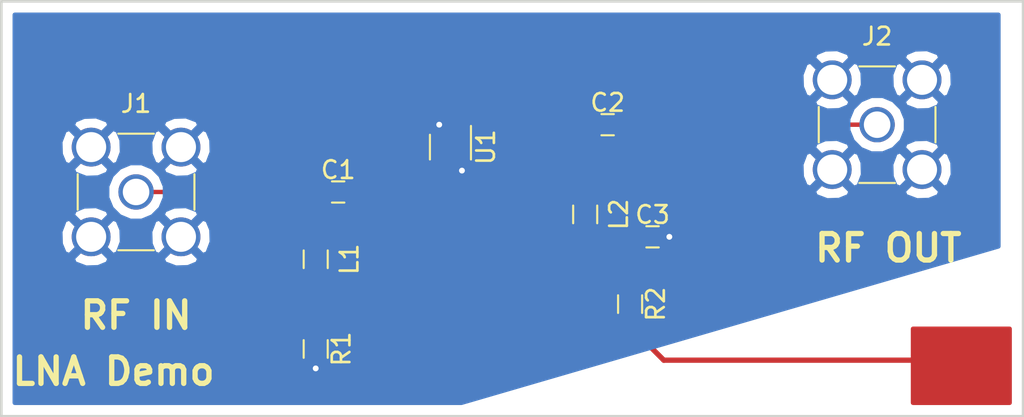
<source format=kicad_pcb>
(kicad_pcb (version 4) (host pcbnew 4.0.6)

  (general
    (links 20)
    (no_connects 0)
    (area 192.964999 108.509999 250.900001 132.155001)
    (thickness 1.6002)
    (drawings 8)
    (tracks 30)
    (zones 0)
    (modules 10)
    (nets 9)
  )

  (page A4)
  (layers
    (0 F.Cu mixed)
    (31 B.Cu power)
    (33 F.Adhes user)
    (34 B.Paste user)
    (35 F.Paste user)
    (36 B.SilkS user)
    (37 F.SilkS user)
    (38 B.Mask user)
    (39 F.Mask user)
    (44 Edge.Cuts user)
    (45 Margin user)
    (47 F.CrtYd user)
    (49 F.Fab user)
  )

  (setup
    (last_trace_width 0.3)
    (user_trace_width 0.3)
    (trace_clearance 0.153)
    (zone_clearance 0.508)
    (zone_45_only no)
    (trace_min 0.153)
    (segment_width 0.2)
    (edge_width 0.15)
    (via_size 0.6858)
    (via_drill 0.34)
    (via_min_size 0.67)
    (via_min_drill 0.34)
    (uvia_size 0.762)
    (uvia_drill 0.508)
    (uvias_allowed no)
    (uvia_min_size 0)
    (uvia_min_drill 0)
    (pcb_text_width 0.3)
    (pcb_text_size 1.5 1.5)
    (mod_edge_width 0.15)
    (mod_text_size 1 1)
    (mod_text_width 0.15)
    (pad_size 1.524 1.524)
    (pad_drill 0.762)
    (pad_to_mask_clearance 0.2)
    (aux_axis_origin 0 0)
    (visible_elements 7FFFFFFF)
    (pcbplotparams
      (layerselection 0x00030_80000001)
      (usegerberextensions false)
      (excludeedgelayer true)
      (linewidth 0.100000)
      (plotframeref false)
      (viasonmask false)
      (mode 1)
      (useauxorigin false)
      (hpglpennumber 1)
      (hpglpenspeed 20)
      (hpglpendiameter 15)
      (hpglpenoverlay 2)
      (psnegative false)
      (psa4output false)
      (plotreference true)
      (plotvalue true)
      (plotinvisibletext false)
      (padsonsilk false)
      (subtractmaskfromsilk false)
      (outputformat 1)
      (mirror false)
      (drillshape 1)
      (scaleselection 1)
      (outputdirectory ""))
  )

  (net 0 "")
  (net 1 "Net-(C1-Pad1)")
  (net 2 /RFin)
  (net 3 /RFout)
  (net 4 "Net-(C2-Pad2)")
  (net 5 "Net-(C3-Pad1)")
  (net 6 GND)
  (net 7 "Net-(L1-Pad2)")
  (net 8 +5V)

  (net_class Default "This is the default net class."
    (clearance 0.153)
    (trace_width 0.153)
    (via_dia 0.6858)
    (via_drill 0.34)
    (uvia_dia 0.762)
    (uvia_drill 0.508)
    (add_net +5V)
    (add_net /RFin)
    (add_net /RFout)
    (add_net GND)
    (add_net "Net-(C1-Pad1)")
    (add_net "Net-(C2-Pad2)")
    (add_net "Net-(C3-Pad1)")
    (add_net "Net-(L1-Pad2)")
  )

  (module TO_SOT_Packages_SMD:SOT-343_SC-70-4_Handsoldering (layer F.Cu) (tedit 598F6446) (tstamp 598EE9C8)
    (at 218.44 116.84 270)
    (descr "SOT-343, SC-70-4, Handsoldering")
    (tags "SOT-343 SC-70-4 Handsoldering")
    (path /59877F93)
    (attr smd)
    (fp_text reference U1 (at 0 -2 270) (layer F.SilkS)
      (effects (font (size 1 1) (thickness 0.15)))
    )
    (fp_text value MGA-53543 (at 0 2 450) (layer F.Fab)
      (effects (font (size 1 1) (thickness 0.15)))
    )
    (fp_text user %R (at 0 0 360) (layer F.Fab)
      (effects (font (size 0.5 0.5) (thickness 0.075)))
    )
    (fp_line (start 0.7 -1.16) (end -1.2 -1.16) (layer F.SilkS) (width 0.12))
    (fp_line (start -0.7 1.16) (end 0.7 1.16) (layer F.SilkS) (width 0.12))
    (fp_line (start 2.4 1.4) (end 2.4 -1.4) (layer F.CrtYd) (width 0.05))
    (fp_line (start -2.4 -1.4) (end -2.4 1.4) (layer F.CrtYd) (width 0.05))
    (fp_line (start -2.4 -1.4) (end 2.4 -1.4) (layer F.CrtYd) (width 0.05))
    (fp_line (start 0.675 -1.1) (end -0.175 -1.1) (layer F.Fab) (width 0.1))
    (fp_line (start -0.675 -0.6) (end -0.675 1.1) (layer F.Fab) (width 0.1))
    (fp_line (start -1.6 1.4) (end 1.6 1.4) (layer F.CrtYd) (width 0.05))
    (fp_line (start 0.675 -1.1) (end 0.675 1.1) (layer F.Fab) (width 0.1))
    (fp_line (start 0.675 1.1) (end -0.675 1.1) (layer F.Fab) (width 0.1))
    (fp_line (start -0.175 -1.1) (end -0.675 -0.6) (layer F.Fab) (width 0.1))
    (pad 1 smd rect (at -1.3081 0.635 270) (size 1.5 0.4) (layers F.Cu F.Paste F.Mask)
      (net 6 GND))
    (pad 2 smd rect (at -1.2573 -0.6477 270) (size 1.5 0.4) (layers F.Cu F.Paste F.Mask)
      (net 3 /RFout))
    (pad 3 smd rect (at 1.33 0.65 270) (size 1.5 0.4) (layers F.Cu F.Paste F.Mask)
      (net 2 /RFin))
    (pad 4 smd rect (at 1.33 -0.65 270) (size 1.5 0.4) (layers F.Cu F.Paste F.Mask)
      (net 6 GND))
    (model ${KISYS3DMOD}/TO_SOT_Packages_SMD.3dshapes/SOT-343_SC-70-4.wrl
      (at (xyz 0 0 0))
      (scale (xyz 1 1 1))
      (rotate (xyz 0 0 0))
    )
  )

  (module Capacitors_SMD:C_0603_HandSoldering (layer F.Cu) (tedit 58AA848B) (tstamp 598EE98A)
    (at 212.09 119.38)
    (descr "Capacitor SMD 0603, hand soldering")
    (tags "capacitor 0603")
    (path /598ECC48)
    (attr smd)
    (fp_text reference C1 (at 0 -1.25) (layer F.SilkS)
      (effects (font (size 1 1) (thickness 0.15)))
    )
    (fp_text value 5.6pF (at 0 1.5) (layer F.Fab)
      (effects (font (size 1 1) (thickness 0.15)))
    )
    (fp_text user %R (at 0 -1.25) (layer F.Fab)
      (effects (font (size 1 1) (thickness 0.15)))
    )
    (fp_line (start -0.8 0.4) (end -0.8 -0.4) (layer F.Fab) (width 0.1))
    (fp_line (start 0.8 0.4) (end -0.8 0.4) (layer F.Fab) (width 0.1))
    (fp_line (start 0.8 -0.4) (end 0.8 0.4) (layer F.Fab) (width 0.1))
    (fp_line (start -0.8 -0.4) (end 0.8 -0.4) (layer F.Fab) (width 0.1))
    (fp_line (start -0.35 -0.6) (end 0.35 -0.6) (layer F.SilkS) (width 0.12))
    (fp_line (start 0.35 0.6) (end -0.35 0.6) (layer F.SilkS) (width 0.12))
    (fp_line (start -1.8 -0.65) (end 1.8 -0.65) (layer F.CrtYd) (width 0.05))
    (fp_line (start -1.8 -0.65) (end -1.8 0.65) (layer F.CrtYd) (width 0.05))
    (fp_line (start 1.8 0.65) (end 1.8 -0.65) (layer F.CrtYd) (width 0.05))
    (fp_line (start 1.8 0.65) (end -1.8 0.65) (layer F.CrtYd) (width 0.05))
    (pad 1 smd rect (at -0.95 0) (size 1.2 0.75) (layers F.Cu F.Paste F.Mask)
      (net 1 "Net-(C1-Pad1)"))
    (pad 2 smd rect (at 0.95 0) (size 1.2 0.75) (layers F.Cu F.Paste F.Mask)
      (net 2 /RFin))
    (model Capacitors_SMD.3dshapes/C_0603.wrl
      (at (xyz 0 0 0))
      (scale (xyz 1 1 1))
      (rotate (xyz 0 0 0))
    )
  )

  (module Capacitors_SMD:C_0603_HandSoldering (layer F.Cu) (tedit 58AA848B) (tstamp 598EE990)
    (at 227.33 115.57)
    (descr "Capacitor SMD 0603, hand soldering")
    (tags "capacitor 0603")
    (path /598EDE4C)
    (attr smd)
    (fp_text reference C2 (at 0 -1.25) (layer F.SilkS)
      (effects (font (size 1 1) (thickness 0.15)))
    )
    (fp_text value 4.7pF (at 0 1.5) (layer F.Fab)
      (effects (font (size 1 1) (thickness 0.15)))
    )
    (fp_text user %R (at 0 -1.25) (layer F.Fab)
      (effects (font (size 1 1) (thickness 0.15)))
    )
    (fp_line (start -0.8 0.4) (end -0.8 -0.4) (layer F.Fab) (width 0.1))
    (fp_line (start 0.8 0.4) (end -0.8 0.4) (layer F.Fab) (width 0.1))
    (fp_line (start 0.8 -0.4) (end 0.8 0.4) (layer F.Fab) (width 0.1))
    (fp_line (start -0.8 -0.4) (end 0.8 -0.4) (layer F.Fab) (width 0.1))
    (fp_line (start -0.35 -0.6) (end 0.35 -0.6) (layer F.SilkS) (width 0.12))
    (fp_line (start 0.35 0.6) (end -0.35 0.6) (layer F.SilkS) (width 0.12))
    (fp_line (start -1.8 -0.65) (end 1.8 -0.65) (layer F.CrtYd) (width 0.05))
    (fp_line (start -1.8 -0.65) (end -1.8 0.65) (layer F.CrtYd) (width 0.05))
    (fp_line (start 1.8 0.65) (end 1.8 -0.65) (layer F.CrtYd) (width 0.05))
    (fp_line (start 1.8 0.65) (end -1.8 0.65) (layer F.CrtYd) (width 0.05))
    (pad 1 smd rect (at -0.95 0) (size 1.2 0.75) (layers F.Cu F.Paste F.Mask)
      (net 3 /RFout))
    (pad 2 smd rect (at 0.95 0) (size 1.2 0.75) (layers F.Cu F.Paste F.Mask)
      (net 4 "Net-(C2-Pad2)"))
    (model Capacitors_SMD.3dshapes/C_0603.wrl
      (at (xyz 0 0 0))
      (scale (xyz 1 1 1))
      (rotate (xyz 0 0 0))
    )
  )

  (module Capacitors_SMD:C_0603_HandSoldering (layer F.Cu) (tedit 58AA848B) (tstamp 598EE996)
    (at 229.87 121.92)
    (descr "Capacitor SMD 0603, hand soldering")
    (tags "capacitor 0603")
    (path /598EDF72)
    (attr smd)
    (fp_text reference C3 (at 0 -1.25) (layer F.SilkS)
      (effects (font (size 1 1) (thickness 0.15)))
    )
    (fp_text value 1000pF (at 0 1.5) (layer F.Fab)
      (effects (font (size 1 1) (thickness 0.15)))
    )
    (fp_text user %R (at 0 -1.25) (layer F.Fab)
      (effects (font (size 1 1) (thickness 0.15)))
    )
    (fp_line (start -0.8 0.4) (end -0.8 -0.4) (layer F.Fab) (width 0.1))
    (fp_line (start 0.8 0.4) (end -0.8 0.4) (layer F.Fab) (width 0.1))
    (fp_line (start 0.8 -0.4) (end 0.8 0.4) (layer F.Fab) (width 0.1))
    (fp_line (start -0.8 -0.4) (end 0.8 -0.4) (layer F.Fab) (width 0.1))
    (fp_line (start -0.35 -0.6) (end 0.35 -0.6) (layer F.SilkS) (width 0.12))
    (fp_line (start 0.35 0.6) (end -0.35 0.6) (layer F.SilkS) (width 0.12))
    (fp_line (start -1.8 -0.65) (end 1.8 -0.65) (layer F.CrtYd) (width 0.05))
    (fp_line (start -1.8 -0.65) (end -1.8 0.65) (layer F.CrtYd) (width 0.05))
    (fp_line (start 1.8 0.65) (end 1.8 -0.65) (layer F.CrtYd) (width 0.05))
    (fp_line (start 1.8 0.65) (end -1.8 0.65) (layer F.CrtYd) (width 0.05))
    (pad 1 smd rect (at -0.95 0) (size 1.2 0.75) (layers F.Cu F.Paste F.Mask)
      (net 5 "Net-(C3-Pad1)"))
    (pad 2 smd rect (at 0.95 0) (size 1.2 0.75) (layers F.Cu F.Paste F.Mask)
      (net 6 GND))
    (model Capacitors_SMD.3dshapes/C_0603.wrl
      (at (xyz 0 0 0))
      (scale (xyz 1 1 1))
      (rotate (xyz 0 0 0))
    )
  )

  (module Connectors:SMA_THT_Jack_Straight (layer F.Cu) (tedit 58C301F2) (tstamp 598EE99F)
    (at 200.66 119.38)
    (descr "SMA pcb through hole jack")
    (tags "SMA THT Jack Straight")
    (path /598ECCDB)
    (fp_text reference J1 (at 0 -5) (layer F.SilkS)
      (effects (font (size 1 1) (thickness 0.15)))
    )
    (fp_text value CONN_COAXIAL (at 0 5) (layer F.Fab)
      (effects (font (size 1 1) (thickness 0.15)))
    )
    (fp_line (start 2.03 -3.05) (end 3.05 -3.05) (layer F.Fab) (width 0.1))
    (fp_line (start -1 -3.3) (end 1 -3.3) (layer F.SilkS) (width 0.12))
    (fp_line (start -1 3.3) (end 1 3.3) (layer F.SilkS) (width 0.12))
    (fp_text user %R (at 0 -5) (layer F.Fab)
      (effects (font (size 1 1) (thickness 0.15)))
    )
    (fp_line (start 3.3 -1) (end 3.3 1) (layer F.SilkS) (width 0.12))
    (fp_line (start -3.3 -1) (end -3.3 1) (layer F.SilkS) (width 0.12))
    (fp_line (start 3.17 -3.17) (end 3.17 3.17) (layer F.Fab) (width 0.1))
    (fp_line (start -3.17 3.17) (end 3.17 3.17) (layer F.Fab) (width 0.1))
    (fp_line (start -3.17 -3.17) (end -3.17 3.17) (layer F.Fab) (width 0.1))
    (fp_line (start -3.17 -3.17) (end 3.17 -3.17) (layer F.Fab) (width 0.1))
    (fp_line (start -2.03 -3.05) (end -2.03 -2.03) (layer F.Fab) (width 0.1))
    (fp_line (start -3.05 -2.03) (end -2.03 -2.03) (layer F.Fab) (width 0.1))
    (fp_line (start -2.03 2.03) (end -2.03 3.05) (layer F.Fab) (width 0.1))
    (fp_line (start -3.05 2.03) (end -2.03 2.03) (layer F.Fab) (width 0.1))
    (fp_line (start 2.03 -3.05) (end 2.03 -2.03) (layer F.Fab) (width 0.1))
    (fp_line (start 2.03 -2.03) (end 3.05 -2.03) (layer F.Fab) (width 0.1))
    (fp_line (start 3.05 2.03) (end 2.03 2.03) (layer F.Fab) (width 0.1))
    (fp_line (start 2.03 2.03) (end 2.03 3.05) (layer F.Fab) (width 0.1))
    (fp_line (start -4.14 -4.14) (end 4.14 -4.14) (layer F.CrtYd) (width 0.05))
    (fp_line (start -4.14 -4.14) (end -4.14 4.14) (layer F.CrtYd) (width 0.05))
    (fp_line (start 4.14 4.14) (end 4.14 -4.14) (layer F.CrtYd) (width 0.05))
    (fp_line (start 4.14 4.14) (end -4.14 4.14) (layer F.CrtYd) (width 0.05))
    (fp_circle (center 0 0) (end 2.04 0) (layer F.Fab) (width 0.1))
    (fp_circle (center 0 0) (end 0.635 0) (layer F.Fab) (width 0.1))
    (fp_line (start 3.05 -3.05) (end 3.05 -2.03) (layer F.Fab) (width 0.1))
    (fp_line (start -3.05 -3.05) (end -3.05 -2.03) (layer F.Fab) (width 0.1))
    (fp_line (start -3.05 -3.05) (end -2.03 -3.05) (layer F.Fab) (width 0.1))
    (fp_line (start -3.05 3.05) (end -2.03 3.05) (layer F.Fab) (width 0.1))
    (fp_line (start -3.05 3.05) (end -3.05 2.03) (layer F.Fab) (width 0.1))
    (fp_line (start 3.05 2.03) (end 3.05 3.05) (layer F.Fab) (width 0.1))
    (fp_line (start 2.03 3.05) (end 3.05 3.05) (layer F.Fab) (width 0.1))
    (pad 2 thru_hole circle (at -2.54 2.54) (size 2.2 2.2) (drill 1.7) (layers *.Cu *.Mask)
      (net 6 GND))
    (pad 2 thru_hole circle (at -2.54 -2.54) (size 2.2 2.2) (drill 1.7) (layers *.Cu *.Mask)
      (net 6 GND))
    (pad 2 thru_hole circle (at 2.54 -2.54) (size 2.2 2.2) (drill 1.7) (layers *.Cu *.Mask)
      (net 6 GND))
    (pad 2 thru_hole circle (at 2.54 2.54) (size 2.2 2.2) (drill 1.7) (layers *.Cu *.Mask)
      (net 6 GND))
    (pad 1 thru_hole circle (at 0 0) (size 2 2) (drill 1.5) (layers *.Cu *.Mask)
      (net 1 "Net-(C1-Pad1)"))
  )

  (module Connectors:SMA_THT_Jack_Straight (layer F.Cu) (tedit 58C301F2) (tstamp 598EE9A8)
    (at 242.57 115.57)
    (descr "SMA pcb through hole jack")
    (tags "SMA THT Jack Straight")
    (path /598EDE19)
    (fp_text reference J2 (at 0 -5) (layer F.SilkS)
      (effects (font (size 1 1) (thickness 0.15)))
    )
    (fp_text value CONN_COAXIAL (at 0 5) (layer F.Fab)
      (effects (font (size 1 1) (thickness 0.15)))
    )
    (fp_line (start 2.03 -3.05) (end 3.05 -3.05) (layer F.Fab) (width 0.1))
    (fp_line (start -1 -3.3) (end 1 -3.3) (layer F.SilkS) (width 0.12))
    (fp_line (start -1 3.3) (end 1 3.3) (layer F.SilkS) (width 0.12))
    (fp_text user %R (at 0 -5) (layer F.Fab)
      (effects (font (size 1 1) (thickness 0.15)))
    )
    (fp_line (start 3.3 -1) (end 3.3 1) (layer F.SilkS) (width 0.12))
    (fp_line (start -3.3 -1) (end -3.3 1) (layer F.SilkS) (width 0.12))
    (fp_line (start 3.17 -3.17) (end 3.17 3.17) (layer F.Fab) (width 0.1))
    (fp_line (start -3.17 3.17) (end 3.17 3.17) (layer F.Fab) (width 0.1))
    (fp_line (start -3.17 -3.17) (end -3.17 3.17) (layer F.Fab) (width 0.1))
    (fp_line (start -3.17 -3.17) (end 3.17 -3.17) (layer F.Fab) (width 0.1))
    (fp_line (start -2.03 -3.05) (end -2.03 -2.03) (layer F.Fab) (width 0.1))
    (fp_line (start -3.05 -2.03) (end -2.03 -2.03) (layer F.Fab) (width 0.1))
    (fp_line (start -2.03 2.03) (end -2.03 3.05) (layer F.Fab) (width 0.1))
    (fp_line (start -3.05 2.03) (end -2.03 2.03) (layer F.Fab) (width 0.1))
    (fp_line (start 2.03 -3.05) (end 2.03 -2.03) (layer F.Fab) (width 0.1))
    (fp_line (start 2.03 -2.03) (end 3.05 -2.03) (layer F.Fab) (width 0.1))
    (fp_line (start 3.05 2.03) (end 2.03 2.03) (layer F.Fab) (width 0.1))
    (fp_line (start 2.03 2.03) (end 2.03 3.05) (layer F.Fab) (width 0.1))
    (fp_line (start -4.14 -4.14) (end 4.14 -4.14) (layer F.CrtYd) (width 0.05))
    (fp_line (start -4.14 -4.14) (end -4.14 4.14) (layer F.CrtYd) (width 0.05))
    (fp_line (start 4.14 4.14) (end 4.14 -4.14) (layer F.CrtYd) (width 0.05))
    (fp_line (start 4.14 4.14) (end -4.14 4.14) (layer F.CrtYd) (width 0.05))
    (fp_circle (center 0 0) (end 2.04 0) (layer F.Fab) (width 0.1))
    (fp_circle (center 0 0) (end 0.635 0) (layer F.Fab) (width 0.1))
    (fp_line (start 3.05 -3.05) (end 3.05 -2.03) (layer F.Fab) (width 0.1))
    (fp_line (start -3.05 -3.05) (end -3.05 -2.03) (layer F.Fab) (width 0.1))
    (fp_line (start -3.05 -3.05) (end -2.03 -3.05) (layer F.Fab) (width 0.1))
    (fp_line (start -3.05 3.05) (end -2.03 3.05) (layer F.Fab) (width 0.1))
    (fp_line (start -3.05 3.05) (end -3.05 2.03) (layer F.Fab) (width 0.1))
    (fp_line (start 3.05 2.03) (end 3.05 3.05) (layer F.Fab) (width 0.1))
    (fp_line (start 2.03 3.05) (end 3.05 3.05) (layer F.Fab) (width 0.1))
    (pad 2 thru_hole circle (at -2.54 2.54) (size 2.2 2.2) (drill 1.7) (layers *.Cu *.Mask)
      (net 6 GND))
    (pad 2 thru_hole circle (at -2.54 -2.54) (size 2.2 2.2) (drill 1.7) (layers *.Cu *.Mask)
      (net 6 GND))
    (pad 2 thru_hole circle (at 2.54 -2.54) (size 2.2 2.2) (drill 1.7) (layers *.Cu *.Mask)
      (net 6 GND))
    (pad 2 thru_hole circle (at 2.54 2.54) (size 2.2 2.2) (drill 1.7) (layers *.Cu *.Mask)
      (net 6 GND))
    (pad 1 thru_hole circle (at 0 0) (size 2 2) (drill 1.5) (layers *.Cu *.Mask)
      (net 4 "Net-(C2-Pad2)"))
  )

  (module Inductors_SMD:L_0603_HandSoldering (layer F.Cu) (tedit 58307AEF) (tstamp 598EE9AE)
    (at 210.82 123.19 270)
    (descr "Resistor SMD 0603, hand soldering")
    (tags "resistor 0603")
    (path /598ECD43)
    (attr smd)
    (fp_text reference L1 (at 0 -1.9 270) (layer F.SilkS)
      (effects (font (size 1 1) (thickness 0.15)))
    )
    (fp_text value 22nH (at 0 1.9 270) (layer F.Fab)
      (effects (font (size 1 1) (thickness 0.15)))
    )
    (fp_text user %R (at 0 0 270) (layer F.Fab)
      (effects (font (size 0.4 0.4) (thickness 0.075)))
    )
    (fp_line (start -0.8 0.4) (end -0.8 -0.4) (layer F.Fab) (width 0.1))
    (fp_line (start 0.8 0.4) (end -0.8 0.4) (layer F.Fab) (width 0.1))
    (fp_line (start 0.8 -0.4) (end 0.8 0.4) (layer F.Fab) (width 0.1))
    (fp_line (start -0.8 -0.4) (end 0.8 -0.4) (layer F.Fab) (width 0.1))
    (fp_line (start -2 -0.8) (end 2 -0.8) (layer F.CrtYd) (width 0.05))
    (fp_line (start -2 0.8) (end 2 0.8) (layer F.CrtYd) (width 0.05))
    (fp_line (start -2 -0.8) (end -2 0.8) (layer F.CrtYd) (width 0.05))
    (fp_line (start 2 -0.8) (end 2 0.8) (layer F.CrtYd) (width 0.05))
    (fp_line (start 0.5 0.68) (end -0.5 0.68) (layer F.SilkS) (width 0.12))
    (fp_line (start -0.5 -0.68) (end 0.5 -0.68) (layer F.SilkS) (width 0.12))
    (pad 1 smd rect (at -1.1 0 270) (size 1.2 0.9) (layers F.Cu F.Paste F.Mask)
      (net 1 "Net-(C1-Pad1)"))
    (pad 2 smd rect (at 1.1 0 270) (size 1.2 0.9) (layers F.Cu F.Paste F.Mask)
      (net 7 "Net-(L1-Pad2)"))
    (model ${KISYS3DMOD}/Inductors_SMD.3dshapes\L_0603.wrl
      (at (xyz 0 0 0))
      (scale (xyz 1 1 1))
      (rotate (xyz 0 0 0))
    )
  )

  (module Inductors_SMD:L_0603_HandSoldering (layer F.Cu) (tedit 58307AEF) (tstamp 598EE9B4)
    (at 226.06 120.65 270)
    (descr "Resistor SMD 0603, hand soldering")
    (tags "resistor 0603")
    (path /598EDE7F)
    (attr smd)
    (fp_text reference L2 (at 0 -1.9 270) (layer F.SilkS)
      (effects (font (size 1 1) (thickness 0.15)))
    )
    (fp_text value 15nH (at 0 1.9 270) (layer F.Fab)
      (effects (font (size 1 1) (thickness 0.15)))
    )
    (fp_text user %R (at 0 0 270) (layer F.Fab)
      (effects (font (size 0.4 0.4) (thickness 0.075)))
    )
    (fp_line (start -0.8 0.4) (end -0.8 -0.4) (layer F.Fab) (width 0.1))
    (fp_line (start 0.8 0.4) (end -0.8 0.4) (layer F.Fab) (width 0.1))
    (fp_line (start 0.8 -0.4) (end 0.8 0.4) (layer F.Fab) (width 0.1))
    (fp_line (start -0.8 -0.4) (end 0.8 -0.4) (layer F.Fab) (width 0.1))
    (fp_line (start -2 -0.8) (end 2 -0.8) (layer F.CrtYd) (width 0.05))
    (fp_line (start -2 0.8) (end 2 0.8) (layer F.CrtYd) (width 0.05))
    (fp_line (start -2 -0.8) (end -2 0.8) (layer F.CrtYd) (width 0.05))
    (fp_line (start 2 -0.8) (end 2 0.8) (layer F.CrtYd) (width 0.05))
    (fp_line (start 0.5 0.68) (end -0.5 0.68) (layer F.SilkS) (width 0.12))
    (fp_line (start -0.5 -0.68) (end 0.5 -0.68) (layer F.SilkS) (width 0.12))
    (pad 1 smd rect (at -1.1 0 270) (size 1.2 0.9) (layers F.Cu F.Paste F.Mask)
      (net 3 /RFout))
    (pad 2 smd rect (at 1.1 0 270) (size 1.2 0.9) (layers F.Cu F.Paste F.Mask)
      (net 5 "Net-(C3-Pad1)"))
    (model ${KISYS3DMOD}/Inductors_SMD.3dshapes\L_0603.wrl
      (at (xyz 0 0 0))
      (scale (xyz 1 1 1))
      (rotate (xyz 0 0 0))
    )
  )

  (module Resistors_SMD:R_0603_HandSoldering (layer F.Cu) (tedit 58E0A804) (tstamp 598EE9BA)
    (at 210.82 128.27 270)
    (descr "Resistor SMD 0603, hand soldering")
    (tags "resistor 0603")
    (path /598ECD7A)
    (attr smd)
    (fp_text reference R1 (at 0 -1.45 270) (layer F.SilkS)
      (effects (font (size 1 1) (thickness 0.15)))
    )
    (fp_text value 2.2 (at 0 1.55 270) (layer F.Fab)
      (effects (font (size 1 1) (thickness 0.15)))
    )
    (fp_text user %R (at 0 0 270) (layer F.Fab)
      (effects (font (size 0.4 0.4) (thickness 0.075)))
    )
    (fp_line (start -0.8 0.4) (end -0.8 -0.4) (layer F.Fab) (width 0.1))
    (fp_line (start 0.8 0.4) (end -0.8 0.4) (layer F.Fab) (width 0.1))
    (fp_line (start 0.8 -0.4) (end 0.8 0.4) (layer F.Fab) (width 0.1))
    (fp_line (start -0.8 -0.4) (end 0.8 -0.4) (layer F.Fab) (width 0.1))
    (fp_line (start 0.5 0.68) (end -0.5 0.68) (layer F.SilkS) (width 0.12))
    (fp_line (start -0.5 -0.68) (end 0.5 -0.68) (layer F.SilkS) (width 0.12))
    (fp_line (start -1.96 -0.7) (end 1.95 -0.7) (layer F.CrtYd) (width 0.05))
    (fp_line (start -1.96 -0.7) (end -1.96 0.7) (layer F.CrtYd) (width 0.05))
    (fp_line (start 1.95 0.7) (end 1.95 -0.7) (layer F.CrtYd) (width 0.05))
    (fp_line (start 1.95 0.7) (end -1.96 0.7) (layer F.CrtYd) (width 0.05))
    (pad 1 smd rect (at -1.1 0 270) (size 1.2 0.9) (layers F.Cu F.Paste F.Mask)
      (net 7 "Net-(L1-Pad2)"))
    (pad 2 smd rect (at 1.1 0 270) (size 1.2 0.9) (layers F.Cu F.Paste F.Mask)
      (net 6 GND))
    (model ${KISYS3DMOD}/Resistors_SMD.3dshapes/R_0603.wrl
      (at (xyz 0 0 0))
      (scale (xyz 1 1 1))
      (rotate (xyz 0 0 0))
    )
  )

  (module Resistors_SMD:R_0603_HandSoldering (layer F.Cu) (tedit 58E0A804) (tstamp 598EE9C0)
    (at 228.6 125.73 270)
    (descr "Resistor SMD 0603, hand soldering")
    (tags "resistor 0603")
    (path /598EDF2B)
    (attr smd)
    (fp_text reference R2 (at 0 -1.45 270) (layer F.SilkS)
      (effects (font (size 1 1) (thickness 0.15)))
    )
    (fp_text value 2.2 (at 0 1.55 270) (layer F.Fab)
      (effects (font (size 1 1) (thickness 0.15)))
    )
    (fp_text user %R (at 0 0 270) (layer F.Fab)
      (effects (font (size 0.4 0.4) (thickness 0.075)))
    )
    (fp_line (start -0.8 0.4) (end -0.8 -0.4) (layer F.Fab) (width 0.1))
    (fp_line (start 0.8 0.4) (end -0.8 0.4) (layer F.Fab) (width 0.1))
    (fp_line (start 0.8 -0.4) (end 0.8 0.4) (layer F.Fab) (width 0.1))
    (fp_line (start -0.8 -0.4) (end 0.8 -0.4) (layer F.Fab) (width 0.1))
    (fp_line (start 0.5 0.68) (end -0.5 0.68) (layer F.SilkS) (width 0.12))
    (fp_line (start -0.5 -0.68) (end 0.5 -0.68) (layer F.SilkS) (width 0.12))
    (fp_line (start -1.96 -0.7) (end 1.95 -0.7) (layer F.CrtYd) (width 0.05))
    (fp_line (start -1.96 -0.7) (end -1.96 0.7) (layer F.CrtYd) (width 0.05))
    (fp_line (start 1.95 0.7) (end 1.95 -0.7) (layer F.CrtYd) (width 0.05))
    (fp_line (start 1.95 0.7) (end -1.96 0.7) (layer F.CrtYd) (width 0.05))
    (pad 1 smd rect (at -1.1 0 270) (size 1.2 0.9) (layers F.Cu F.Paste F.Mask)
      (net 5 "Net-(C3-Pad1)"))
    (pad 2 smd rect (at 1.1 0 270) (size 1.2 0.9) (layers F.Cu F.Paste F.Mask)
      (net 8 +5V))
    (model ${KISYS3DMOD}/Resistors_SMD.3dshapes/R_0603.wrl
      (at (xyz 0 0 0))
      (scale (xyz 1 1 1))
      (rotate (xyz 0 0 0))
    )
  )

  (gr_text "RF OUT" (at 243.205 122.555) (layer F.SilkS)
    (effects (font (size 1.5 1.5) (thickness 0.3)))
  )
  (gr_text "RF IN" (at 200.66 126.365) (layer F.SilkS)
    (effects (font (size 1.5 1.5) (thickness 0.3)))
  )
  (gr_text "LNA Demo" (at 199.39 129.54) (layer F.SilkS)
    (effects (font (size 1.5 1.5) (thickness 0.3)))
  )
  (gr_text "LNA Demo" (at 200.66 111.125) (layer F.Cu)
    (effects (font (size 1.5 1.5) (thickness 0.3)))
  )
  (gr_line (start 193.04 108.585) (end 193.04 132.08) (angle 90) (layer Edge.Cuts) (width 0.15))
  (gr_line (start 250.825 108.585) (end 193.04 108.585) (angle 90) (layer Edge.Cuts) (width 0.15))
  (gr_line (start 250.825 132.08) (end 250.825 108.585) (angle 90) (layer Edge.Cuts) (width 0.15))
  (gr_line (start 193.04 132.08) (end 250.825 132.08) (angle 90) (layer Edge.Cuts) (width 0.15))

  (segment (start 200.66 119.38) (end 211.14 119.38) (width 0.25) (layer F.Cu) (net 1))
  (segment (start 211.14 119.38) (end 211.14 121.6) (width 0.25) (layer F.Cu) (net 1))
  (segment (start 211.14 121.6) (end 210.82 121.92) (width 0.25) (layer F.Cu) (net 1) (tstamp 598F61FB))
  (segment (start 210.82 121.92) (end 210.82 122.09) (width 0.25) (layer F.Cu) (net 1) (tstamp 598F61FC))
  (segment (start 210.82 119.38) (end 211.14 119.38) (width 0.25) (layer F.Cu) (net 1) (tstamp 598F6197))
  (segment (start 213.04 119.38) (end 216.535 119.38) (width 0.25) (layer F.Cu) (net 2))
  (segment (start 216.535 119.38) (end 217.805 118.11) (width 0.25) (layer F.Cu) (net 2) (tstamp 598F6497))
  (segment (start 217.805 118.11) (end 217.79 118.17) (width 0.25) (layer F.Cu) (net 2) (tstamp 598F649F))
  (segment (start 226.06 119.55) (end 226.06 115.89) (width 0.25) (layer F.Cu) (net 3))
  (segment (start 226.06 115.89) (end 226.38 115.57) (width 0.25) (layer F.Cu) (net 3) (tstamp 598F64BA))
  (segment (start 219.0877 115.5827) (end 226.3673 115.5827) (width 0.25) (layer F.Cu) (net 3))
  (segment (start 226.3673 115.5827) (end 226.38 115.57) (width 0.25) (layer F.Cu) (net 3) (tstamp 598F64B1))
  (segment (start 228.28 115.57) (end 242.57 115.57) (width 0.25) (layer F.Cu) (net 4))
  (segment (start 228.92 121.92) (end 228.92 124.31) (width 0.25) (layer F.Cu) (net 5))
  (segment (start 228.92 124.31) (end 228.6 124.63) (width 0.25) (layer F.Cu) (net 5) (tstamp 598F64D9))
  (segment (start 226.06 121.75) (end 228.75 121.75) (width 0.25) (layer F.Cu) (net 5))
  (segment (start 228.75 121.75) (end 228.92 121.92) (width 0.25) (layer F.Cu) (net 5) (tstamp 598F64CF))
  (via (at 217.805 115.57) (size 0.6858) (drill 0.3302) (layers F.Cu B.Cu) (net 6))
  (segment (start 217.805 115.57) (end 217.805 115.5319) (width 0.25) (layer F.Cu) (net 6) (tstamp 598F64FA))
  (via (at 219.09 118.17) (size 0.6858) (drill 0.3302) (layers F.Cu B.Cu) (net 6))
  (segment (start 219.075 118.11) (end 219.075 118.155) (width 0.25) (layer B.Cu) (net 6) (tstamp 598F64F1))
  (segment (start 219.075 118.155) (end 219.09 118.17) (width 0.25) (layer B.Cu) (net 6) (tstamp 598F64F0))
  (via (at 230.82 121.92) (size 0.6858) (drill 0.3302) (layers F.Cu B.Cu) (net 6))
  (segment (start 230.82 121.92) (end 231.14 121.92) (width 0.25) (layer B.Cu) (net 6) (tstamp 598F6339))
  (via (at 210.82 129.37) (size 0.6858) (drill 0.3302) (layers F.Cu B.Cu) (net 6))
  (segment (start 210.82 129.37) (end 210.82 129.54) (width 0.25) (layer B.Cu) (net 6) (tstamp 598F62B6))
  (segment (start 210.82 124.29) (end 210.82 127.17) (width 0.25) (layer F.Cu) (net 7))
  (segment (start 228.6 126.83) (end 228.6 127) (width 0.25) (layer F.Cu) (net 8))
  (segment (start 228.6 127) (end 230.505 128.905) (width 0.3) (layer F.Cu) (net 8) (tstamp 598F6738))
  (segment (start 230.505 128.905) (end 245.745 128.905) (width 0.3) (layer F.Cu) (net 8) (tstamp 598F673B))

  (zone (net 6) (net_name GND) (layer B.Cu) (tstamp 598F6279) (hatch edge 0.508)
    (connect_pads (clearance 0.508))
    (min_thickness 0.254)
    (fill yes (arc_segments 16) (thermal_gap 0.508) (thermal_bridge_width 0.508))
    (polygon
      (pts
        (xy 249.555 122.555) (xy 219.075 131.445) (xy 193.675 131.445) (xy 193.675 109.22) (xy 249.555 109.22)
      )
    )
    (filled_polygon
      (pts
        (xy 249.428 122.45975) (xy 219.056857 131.318) (xy 193.802 131.318) (xy 193.802 123.144868) (xy 197.074737 123.144868)
        (xy 197.185641 123.422099) (xy 197.831593 123.665323) (xy 198.521453 123.642836) (xy 199.054359 123.422099) (xy 199.165263 123.144868)
        (xy 202.154737 123.144868) (xy 202.265641 123.422099) (xy 202.911593 123.665323) (xy 203.601453 123.642836) (xy 204.134359 123.422099)
        (xy 204.245263 123.144868) (xy 203.2 122.099605) (xy 202.154737 123.144868) (xy 199.165263 123.144868) (xy 198.12 122.099605)
        (xy 197.074737 123.144868) (xy 193.802 123.144868) (xy 193.802 121.631593) (xy 196.374677 121.631593) (xy 196.397164 122.321453)
        (xy 196.617901 122.854359) (xy 196.895132 122.965263) (xy 197.940395 121.92) (xy 198.299605 121.92) (xy 199.344868 122.965263)
        (xy 199.622099 122.854359) (xy 199.865323 122.208407) (xy 199.846521 121.631593) (xy 201.454677 121.631593) (xy 201.477164 122.321453)
        (xy 201.697901 122.854359) (xy 201.975132 122.965263) (xy 203.020395 121.92) (xy 203.379605 121.92) (xy 204.424868 122.965263)
        (xy 204.702099 122.854359) (xy 204.945323 122.208407) (xy 204.922836 121.518547) (xy 204.702099 120.985641) (xy 204.424868 120.874737)
        (xy 203.379605 121.92) (xy 203.020395 121.92) (xy 201.975132 120.874737) (xy 201.697901 120.985641) (xy 201.454677 121.631593)
        (xy 199.846521 121.631593) (xy 199.842836 121.518547) (xy 199.622099 120.985641) (xy 199.344868 120.874737) (xy 198.299605 121.92)
        (xy 197.940395 121.92) (xy 196.895132 120.874737) (xy 196.617901 120.985641) (xy 196.374677 121.631593) (xy 193.802 121.631593)
        (xy 193.802 120.695132) (xy 197.074737 120.695132) (xy 198.12 121.740395) (xy 199.165263 120.695132) (xy 199.054359 120.417901)
        (xy 198.408407 120.174677) (xy 197.718547 120.197164) (xy 197.185641 120.417901) (xy 197.074737 120.695132) (xy 193.802 120.695132)
        (xy 193.802 119.703795) (xy 199.024716 119.703795) (xy 199.273106 120.304943) (xy 199.732637 120.765278) (xy 200.333352 121.014716)
        (xy 200.983795 121.015284) (xy 201.584943 120.766894) (xy 201.65683 120.695132) (xy 202.154737 120.695132) (xy 203.2 121.740395)
        (xy 204.245263 120.695132) (xy 204.134359 120.417901) (xy 203.488407 120.174677) (xy 202.798547 120.197164) (xy 202.265641 120.417901)
        (xy 202.154737 120.695132) (xy 201.65683 120.695132) (xy 202.045278 120.307363) (xy 202.294716 119.706648) (xy 202.29504 119.334868)
        (xy 238.984737 119.334868) (xy 239.095641 119.612099) (xy 239.741593 119.855323) (xy 240.431453 119.832836) (xy 240.964359 119.612099)
        (xy 241.075263 119.334868) (xy 244.064737 119.334868) (xy 244.175641 119.612099) (xy 244.821593 119.855323) (xy 245.511453 119.832836)
        (xy 246.044359 119.612099) (xy 246.155263 119.334868) (xy 245.11 118.289605) (xy 244.064737 119.334868) (xy 241.075263 119.334868)
        (xy 240.03 118.289605) (xy 238.984737 119.334868) (xy 202.29504 119.334868) (xy 202.295284 119.056205) (xy 202.046894 118.455057)
        (xy 201.657387 118.064868) (xy 202.154737 118.064868) (xy 202.265641 118.342099) (xy 202.911593 118.585323) (xy 203.601453 118.562836)
        (xy 204.134359 118.342099) (xy 204.245263 118.064868) (xy 203.2 117.019605) (xy 202.154737 118.064868) (xy 201.657387 118.064868)
        (xy 201.587363 117.994722) (xy 200.986648 117.745284) (xy 200.336205 117.744716) (xy 199.735057 117.993106) (xy 199.274722 118.452637)
        (xy 199.025284 119.053352) (xy 199.024716 119.703795) (xy 193.802 119.703795) (xy 193.802 118.064868) (xy 197.074737 118.064868)
        (xy 197.185641 118.342099) (xy 197.831593 118.585323) (xy 198.521453 118.562836) (xy 199.054359 118.342099) (xy 199.165263 118.064868)
        (xy 198.12 117.019605) (xy 197.074737 118.064868) (xy 193.802 118.064868) (xy 193.802 116.551593) (xy 196.374677 116.551593)
        (xy 196.397164 117.241453) (xy 196.617901 117.774359) (xy 196.895132 117.885263) (xy 197.940395 116.84) (xy 198.299605 116.84)
        (xy 199.344868 117.885263) (xy 199.622099 117.774359) (xy 199.865323 117.128407) (xy 199.846521 116.551593) (xy 201.454677 116.551593)
        (xy 201.477164 117.241453) (xy 201.697901 117.774359) (xy 201.975132 117.885263) (xy 203.020395 116.84) (xy 203.379605 116.84)
        (xy 204.424868 117.885263) (xy 204.584026 117.821593) (xy 238.284677 117.821593) (xy 238.307164 118.511453) (xy 238.527901 119.044359)
        (xy 238.805132 119.155263) (xy 239.850395 118.11) (xy 240.209605 118.11) (xy 241.254868 119.155263) (xy 241.532099 119.044359)
        (xy 241.775323 118.398407) (xy 241.756521 117.821593) (xy 243.364677 117.821593) (xy 243.387164 118.511453) (xy 243.607901 119.044359)
        (xy 243.885132 119.155263) (xy 244.930395 118.11) (xy 245.289605 118.11) (xy 246.334868 119.155263) (xy 246.612099 119.044359)
        (xy 246.855323 118.398407) (xy 246.832836 117.708547) (xy 246.612099 117.175641) (xy 246.334868 117.064737) (xy 245.289605 118.11)
        (xy 244.930395 118.11) (xy 243.885132 117.064737) (xy 243.607901 117.175641) (xy 243.364677 117.821593) (xy 241.756521 117.821593)
        (xy 241.752836 117.708547) (xy 241.532099 117.175641) (xy 241.254868 117.064737) (xy 240.209605 118.11) (xy 239.850395 118.11)
        (xy 238.805132 117.064737) (xy 238.527901 117.175641) (xy 238.284677 117.821593) (xy 204.584026 117.821593) (xy 204.702099 117.774359)
        (xy 204.945323 117.128407) (xy 204.937394 116.885132) (xy 238.984737 116.885132) (xy 240.03 117.930395) (xy 241.075263 116.885132)
        (xy 240.964359 116.607901) (xy 240.318407 116.364677) (xy 239.628547 116.387164) (xy 239.095641 116.607901) (xy 238.984737 116.885132)
        (xy 204.937394 116.885132) (xy 204.922836 116.438547) (xy 204.702099 115.905641) (xy 204.672488 115.893795) (xy 240.934716 115.893795)
        (xy 241.183106 116.494943) (xy 241.642637 116.955278) (xy 242.243352 117.204716) (xy 242.893795 117.205284) (xy 243.494943 116.956894)
        (xy 243.56683 116.885132) (xy 244.064737 116.885132) (xy 245.11 117.930395) (xy 246.155263 116.885132) (xy 246.044359 116.607901)
        (xy 245.398407 116.364677) (xy 244.708547 116.387164) (xy 244.175641 116.607901) (xy 244.064737 116.885132) (xy 243.56683 116.885132)
        (xy 243.955278 116.497363) (xy 244.204716 115.896648) (xy 244.205284 115.246205) (xy 243.956894 114.645057) (xy 243.567387 114.254868)
        (xy 244.064737 114.254868) (xy 244.175641 114.532099) (xy 244.821593 114.775323) (xy 245.511453 114.752836) (xy 246.044359 114.532099)
        (xy 246.155263 114.254868) (xy 245.11 113.209605) (xy 244.064737 114.254868) (xy 243.567387 114.254868) (xy 243.497363 114.184722)
        (xy 242.896648 113.935284) (xy 242.246205 113.934716) (xy 241.645057 114.183106) (xy 241.184722 114.642637) (xy 240.935284 115.243352)
        (xy 240.934716 115.893795) (xy 204.672488 115.893795) (xy 204.424868 115.794737) (xy 203.379605 116.84) (xy 203.020395 116.84)
        (xy 201.975132 115.794737) (xy 201.697901 115.905641) (xy 201.454677 116.551593) (xy 199.846521 116.551593) (xy 199.842836 116.438547)
        (xy 199.622099 115.905641) (xy 199.344868 115.794737) (xy 198.299605 116.84) (xy 197.940395 116.84) (xy 196.895132 115.794737)
        (xy 196.617901 115.905641) (xy 196.374677 116.551593) (xy 193.802 116.551593) (xy 193.802 115.615132) (xy 197.074737 115.615132)
        (xy 198.12 116.660395) (xy 199.165263 115.615132) (xy 202.154737 115.615132) (xy 203.2 116.660395) (xy 204.245263 115.615132)
        (xy 204.134359 115.337901) (xy 203.488407 115.094677) (xy 202.798547 115.117164) (xy 202.265641 115.337901) (xy 202.154737 115.615132)
        (xy 199.165263 115.615132) (xy 199.054359 115.337901) (xy 198.408407 115.094677) (xy 197.718547 115.117164) (xy 197.185641 115.337901)
        (xy 197.074737 115.615132) (xy 193.802 115.615132) (xy 193.802 114.254868) (xy 238.984737 114.254868) (xy 239.095641 114.532099)
        (xy 239.741593 114.775323) (xy 240.431453 114.752836) (xy 240.964359 114.532099) (xy 241.075263 114.254868) (xy 240.03 113.209605)
        (xy 238.984737 114.254868) (xy 193.802 114.254868) (xy 193.802 112.741593) (xy 238.284677 112.741593) (xy 238.307164 113.431453)
        (xy 238.527901 113.964359) (xy 238.805132 114.075263) (xy 239.850395 113.03) (xy 240.209605 113.03) (xy 241.254868 114.075263)
        (xy 241.532099 113.964359) (xy 241.775323 113.318407) (xy 241.756521 112.741593) (xy 243.364677 112.741593) (xy 243.387164 113.431453)
        (xy 243.607901 113.964359) (xy 243.885132 114.075263) (xy 244.930395 113.03) (xy 245.289605 113.03) (xy 246.334868 114.075263)
        (xy 246.612099 113.964359) (xy 246.855323 113.318407) (xy 246.832836 112.628547) (xy 246.612099 112.095641) (xy 246.334868 111.984737)
        (xy 245.289605 113.03) (xy 244.930395 113.03) (xy 243.885132 111.984737) (xy 243.607901 112.095641) (xy 243.364677 112.741593)
        (xy 241.756521 112.741593) (xy 241.752836 112.628547) (xy 241.532099 112.095641) (xy 241.254868 111.984737) (xy 240.209605 113.03)
        (xy 239.850395 113.03) (xy 238.805132 111.984737) (xy 238.527901 112.095641) (xy 238.284677 112.741593) (xy 193.802 112.741593)
        (xy 193.802 111.805132) (xy 238.984737 111.805132) (xy 240.03 112.850395) (xy 241.075263 111.805132) (xy 244.064737 111.805132)
        (xy 245.11 112.850395) (xy 246.155263 111.805132) (xy 246.044359 111.527901) (xy 245.398407 111.284677) (xy 244.708547 111.307164)
        (xy 244.175641 111.527901) (xy 244.064737 111.805132) (xy 241.075263 111.805132) (xy 240.964359 111.527901) (xy 240.318407 111.284677)
        (xy 239.628547 111.307164) (xy 239.095641 111.527901) (xy 238.984737 111.805132) (xy 193.802 111.805132) (xy 193.802 109.347)
        (xy 249.428 109.347)
      )
    )
  )
  (zone (net 8) (net_name +5V) (layer F.Cu) (tstamp 598F6714) (hatch edge 0.508)
    (connect_pads (clearance 0.508))
    (min_thickness 0.254)
    (fill yes (arc_segments 16) (thermal_gap 0.508) (thermal_bridge_width 0.508))
    (polygon
      (pts
        (xy 250.19 131.445) (xy 244.475 131.445) (xy 244.475 127) (xy 250.19 127)
      )
    )
    (filled_polygon
      (pts
        (xy 250.063 131.318) (xy 244.602 131.318) (xy 244.602 127.127) (xy 250.063 127.127)
      )
    )
  )
)

</source>
